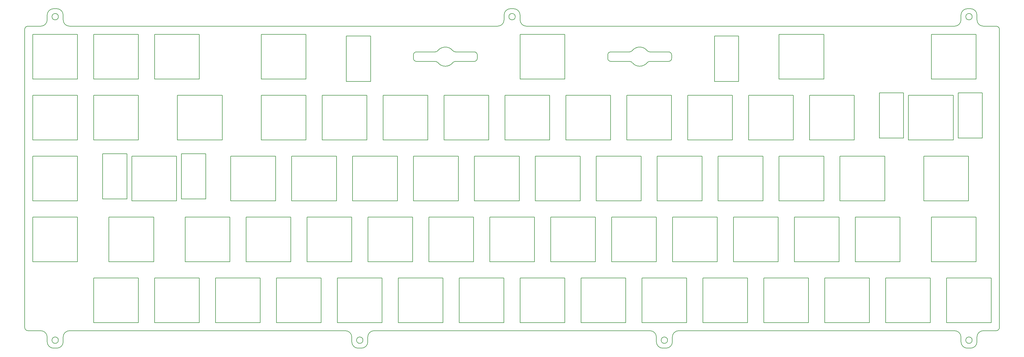
<source format=gbr>
G04 #@! TF.GenerationSoftware,KiCad,Pcbnew,(5.1.5-0-10_14)*
G04 #@! TF.CreationDate,2020-02-26T21:25:07+00:00*
G04 #@! TF.ProjectId,plate,706c6174-652e-46b6-9963-61645f706362,rev?*
G04 #@! TF.SameCoordinates,Original*
G04 #@! TF.FileFunction,Profile,NP*
%FSLAX46Y46*%
G04 Gerber Fmt 4.6, Leading zero omitted, Abs format (unit mm)*
G04 Created by KiCad (PCBNEW (5.1.5-0-10_14)) date 2020-02-26 21:25:07*
%MOMM*%
%LPD*%
G04 APERTURE LIST*
%ADD10C,0.200000*%
G04 APERTURE END LIST*
D10*
X251924239Y-39437150D02*
X237924939Y-39437150D01*
X251924239Y-53436550D02*
X251924239Y-39437150D01*
X237924939Y-53436550D02*
X251924239Y-53436550D01*
X45043439Y-72486650D02*
X59044439Y-72486650D01*
X45043439Y-58487350D02*
X45043439Y-72486650D01*
X59044439Y-58487350D02*
X45043439Y-58487350D01*
X59044439Y-72486650D02*
X59044439Y-58487350D01*
X43519439Y-71936950D02*
X43519439Y-57736250D01*
X35944439Y-71936950D02*
X43519439Y-71936950D01*
X35944439Y-57736250D02*
X35944439Y-71936950D01*
X43519439Y-57736250D02*
X35944439Y-57736250D01*
X119712439Y-35145241D02*
X119712439Y-20940483D01*
X112137439Y-35145241D02*
X119712439Y-35145241D01*
X112137439Y-20940483D02*
X112137439Y-35145241D01*
X119712439Y-20940483D02*
X112137439Y-20940483D01*
X180486439Y-96587350D02*
X166487439Y-96587350D01*
X180486439Y-110586650D02*
X180486439Y-96587350D01*
X166487439Y-110586650D02*
X180486439Y-110586650D01*
X166487439Y-96587350D02*
X166487439Y-110586650D01*
X234836739Y-35137650D02*
X234836739Y-20935560D01*
X227261539Y-35137650D02*
X234836739Y-35137650D01*
X227261539Y-20935560D02*
X227261539Y-35137650D01*
X234836739Y-20935560D02*
X227261539Y-20935560D01*
X309074279Y-34386650D02*
X309074279Y-20387190D01*
X295074739Y-34386650D02*
X309074279Y-34386650D01*
X295074739Y-20387190D02*
X295074739Y-34386650D01*
X309074279Y-20387190D02*
X295074739Y-20387190D01*
X180486439Y-34386650D02*
X180486439Y-20387190D01*
X166487439Y-34386650D02*
X180486439Y-34386650D01*
X166487439Y-20387190D02*
X166487439Y-34386650D01*
X180486439Y-20387190D02*
X166487439Y-20387190D01*
X156674439Y-53436550D02*
X156674439Y-39437150D01*
X142674439Y-53436550D02*
X156674439Y-53436550D01*
X142674439Y-39437150D02*
X142674439Y-53436550D01*
X156674439Y-39437150D02*
X142674439Y-39437150D01*
X233162439Y-91536650D02*
X247161739Y-91536650D01*
X233162439Y-77537350D02*
X233162439Y-91536650D01*
X247161739Y-77537350D02*
X233162439Y-77537350D01*
X247161739Y-91536650D02*
X247161739Y-77537350D01*
X280499239Y-58487350D02*
X266499939Y-58487350D01*
X280499239Y-72486650D02*
X280499239Y-58487350D01*
X266499939Y-72486650D02*
X280499239Y-72486650D01*
X266499939Y-58487350D02*
X266499939Y-72486650D01*
X232874239Y-53436550D02*
X232874239Y-39437150D01*
X218874939Y-53436550D02*
X232874239Y-53436550D01*
X218874939Y-39437150D02*
X218874939Y-53436550D01*
X232874239Y-39437150D02*
X218874939Y-39437150D01*
X228399939Y-58487350D02*
X228399939Y-72486650D01*
X242399239Y-58487350D02*
X228399939Y-58487350D01*
X242399239Y-72486650D02*
X242399239Y-58487350D01*
X228399939Y-72486650D02*
X242399239Y-72486650D01*
X28086439Y-91536650D02*
X28086439Y-77537350D01*
X14087439Y-91536650D02*
X28086439Y-91536650D01*
X14087439Y-77537350D02*
X14087439Y-91536650D01*
X28086439Y-77537350D02*
X14087439Y-77537350D01*
X61712439Y-77537350D02*
X61712439Y-91536650D01*
X75711439Y-77537350D02*
X61712439Y-77537350D01*
X75711439Y-91536650D02*
X75711439Y-77537350D01*
X61712439Y-91536650D02*
X75711439Y-91536650D01*
X113811439Y-91536650D02*
X113811439Y-77537350D01*
X99812439Y-91536650D02*
X113811439Y-91536650D01*
X99812439Y-77537350D02*
X99812439Y-91536650D01*
X113811439Y-77537350D02*
X99812439Y-77537350D01*
X37899439Y-91536650D02*
X51899439Y-91536650D01*
X37899439Y-77537350D02*
X37899439Y-91536650D01*
X51899439Y-77537350D02*
X37899439Y-77537350D01*
X51899439Y-91536650D02*
X51899439Y-77537350D01*
X90287439Y-96587350D02*
X90287439Y-110586650D01*
X104286439Y-96587350D02*
X90287439Y-96587350D01*
X104286439Y-110586650D02*
X104286439Y-96587350D01*
X90287439Y-110586650D02*
X104286439Y-110586650D01*
X28086439Y-20387190D02*
X14087439Y-20387190D01*
X28086439Y-34386650D02*
X28086439Y-20387190D01*
X14087439Y-34386650D02*
X28086439Y-34386650D01*
X14087439Y-20387190D02*
X14087439Y-34386650D01*
X228111739Y-91536650D02*
X228111739Y-77537350D01*
X214112439Y-91536650D02*
X228111739Y-91536650D01*
X214112439Y-77537350D02*
X214112439Y-91536650D01*
X228111739Y-77537350D02*
X214112439Y-77537350D01*
X33137439Y-20387190D02*
X33137439Y-34386650D01*
X47136439Y-20387190D02*
X33137439Y-20387190D01*
X47136439Y-34386650D02*
X47136439Y-20387190D01*
X33137439Y-34386650D02*
X47136439Y-34386650D01*
X313836789Y-110586650D02*
X313836789Y-96587350D01*
X299837239Y-110586650D02*
X313836789Y-110586650D01*
X299837239Y-96587350D02*
X299837239Y-110586650D01*
X313836789Y-96587350D02*
X299837239Y-96587350D01*
X237636739Y-110586650D02*
X237636739Y-96587350D01*
X223637439Y-110586650D02*
X237636739Y-110586650D01*
X223637439Y-96587350D02*
X223637439Y-110586650D01*
X237636739Y-96587350D02*
X223637439Y-96587350D01*
X199538439Y-96587350D02*
X185537439Y-96587350D01*
X199538439Y-110586650D02*
X199538439Y-96587350D01*
X185537439Y-110586650D02*
X199538439Y-110586650D01*
X185537439Y-96587350D02*
X185537439Y-110586650D01*
X151911439Y-91536650D02*
X151911439Y-77537350D01*
X137912439Y-91536650D02*
X151911439Y-91536650D01*
X137912439Y-77537350D02*
X137912439Y-91536650D01*
X151911439Y-77537350D02*
X137912439Y-77537350D01*
X223349239Y-58487350D02*
X209349439Y-58487350D01*
X223349239Y-72486650D02*
X223349239Y-58487350D01*
X209349439Y-72486650D02*
X223349239Y-72486650D01*
X209349439Y-58487350D02*
X209349439Y-72486650D01*
X33137439Y-110586650D02*
X47136439Y-110586650D01*
X33137439Y-96587350D02*
X33137439Y-110586650D01*
X47136439Y-96587350D02*
X33137439Y-96587350D01*
X47136439Y-110586650D02*
X47136439Y-96587350D01*
X109337439Y-110586650D02*
X123336439Y-110586650D01*
X109337439Y-96587350D02*
X109337439Y-110586650D01*
X123336439Y-96587350D02*
X109337439Y-96587350D01*
X123336439Y-110586650D02*
X123336439Y-96587350D01*
X14087439Y-72486650D02*
X28086439Y-72486650D01*
X14087439Y-58487350D02*
X14087439Y-72486650D01*
X28086439Y-58487350D02*
X14087439Y-58487350D01*
X28086439Y-72486650D02*
X28086439Y-58487350D01*
X33137439Y-39437150D02*
X33137439Y-53436550D01*
X47136439Y-39437150D02*
X33137439Y-39437150D01*
X47136439Y-53436550D02*
X47136439Y-39437150D01*
X33137439Y-53436550D02*
X47136439Y-53436550D01*
X140758065Y-25511920D02*
G75*
G02X145441813Y-25511920I2341874J-1875000D01*
G01*
X146222438Y-25886920D02*
G75*
G02X145441813Y-25511920I0J1000000D01*
G01*
X152099939Y-25886920D02*
X146222438Y-25886920D01*
X152099939Y-25886920D02*
G75*
G02X153099939Y-26886920I0J-1000000D01*
G01*
X153099939Y-27886920D02*
X153099939Y-26886920D01*
X153099939Y-27886920D02*
G75*
G02X152099939Y-28886920I-1000000J0D01*
G01*
X146222438Y-28886920D02*
X152099939Y-28886920D01*
X145441813Y-29261920D02*
G75*
G02X146222438Y-28886920I780625J-625000D01*
G01*
X145441813Y-29261920D02*
G75*
G02X140758065Y-29261920I-2341874J1875000D01*
G01*
X139977440Y-28886920D02*
G75*
G02X140758065Y-29261920I0J-1000000D01*
G01*
X134099939Y-28886920D02*
X139977440Y-28886920D01*
X134099939Y-28886920D02*
G75*
G02X133099939Y-27886920I0J1000000D01*
G01*
X133099939Y-26886920D02*
X133099939Y-27886920D01*
X133099939Y-26886920D02*
G75*
G02X134099939Y-25886920I1000000J0D01*
G01*
X139977440Y-25886920D02*
X134099939Y-25886920D01*
X140758065Y-25511920D02*
G75*
G02X139977440Y-25886920I-780625J625000D01*
G01*
X201532065Y-25511920D02*
G75*
G02X206215813Y-25511920I2341874J-1875000D01*
G01*
X206996438Y-25886920D02*
G75*
G02X206215813Y-25511920I0J1000000D01*
G01*
X212873939Y-25886920D02*
X206996438Y-25886920D01*
X212873939Y-25886920D02*
G75*
G02X213873939Y-26886920I0J-1000000D01*
G01*
X213873939Y-27886920D02*
X213873939Y-26886920D01*
X200751440Y-28886920D02*
G75*
G02X201532065Y-29261920I0J-1000000D01*
G01*
X194873939Y-28886920D02*
X200751440Y-28886920D01*
X194873939Y-28886920D02*
G75*
G02X193873939Y-27886920I0J1000000D01*
G01*
X307836939Y-14886120D02*
G75*
G03X307836939Y-14886120I-1000000J0D01*
G01*
X212586939Y-116084120D02*
G75*
G03X212586939Y-116084120I-1000000J0D01*
G01*
X180774439Y-53436550D02*
X194774439Y-53436550D01*
X180774439Y-39437150D02*
X180774439Y-53436550D01*
X237924939Y-39437150D02*
X237924939Y-53436550D01*
X204587439Y-110586650D02*
X218588139Y-110586650D01*
X194774439Y-39437150D02*
X180774439Y-39437150D01*
X194774439Y-53436550D02*
X194774439Y-39437150D01*
X204587439Y-96587350D02*
X204587439Y-110586650D01*
X218588139Y-96587350D02*
X204587439Y-96587350D01*
X218588139Y-110586650D02*
X218588139Y-96587350D01*
X99524439Y-34386650D02*
X99524439Y-20387190D01*
X85524439Y-34386650D02*
X99524439Y-34386650D01*
X85524439Y-20387190D02*
X85524439Y-34386650D01*
X99524439Y-20387190D02*
X85524439Y-20387190D01*
X71237439Y-96587350D02*
X71237439Y-110586650D01*
X85236439Y-96587350D02*
X71237439Y-96587350D01*
X85236439Y-110586650D02*
X85236439Y-96587350D01*
X71237439Y-110586650D02*
X85236439Y-110586650D01*
X213873939Y-27886920D02*
G75*
G02X212873939Y-28886920I-1000000J0D01*
G01*
X206996438Y-28886920D02*
X212873939Y-28886920D01*
X206215813Y-29261920D02*
G75*
G02X206996438Y-28886920I780625J-625000D01*
G01*
X206215813Y-29261920D02*
G75*
G02X201532065Y-29261920I-2341874J1875000D01*
G01*
X52187439Y-34386650D02*
X66186439Y-34386650D01*
X52187439Y-20387190D02*
X52187439Y-34386650D01*
X66186439Y-20387190D02*
X52187439Y-20387190D01*
X66186439Y-34386650D02*
X66186439Y-20387190D01*
X190011439Y-77537350D02*
X176012439Y-77537350D01*
X190011439Y-91536650D02*
X190011439Y-77537350D01*
X176012439Y-91536650D02*
X190011439Y-91536650D01*
X176012439Y-77537350D02*
X176012439Y-91536650D01*
X303456039Y-38686150D02*
X303456039Y-52888350D01*
X256686739Y-110586650D02*
X256686739Y-96587350D01*
X242687439Y-110586650D02*
X256686739Y-110586650D01*
X242687439Y-96587350D02*
X242687439Y-110586650D01*
X256686739Y-96587350D02*
X242687439Y-96587350D01*
X247449939Y-20387190D02*
X247449939Y-34386650D01*
X261449239Y-20387190D02*
X247449939Y-20387190D01*
X261449239Y-34386650D02*
X261449239Y-20387190D01*
X247449939Y-34386650D02*
X261449239Y-34386650D01*
X309074279Y-91536650D02*
X309074279Y-77537350D01*
X295074739Y-91536650D02*
X309074279Y-91536650D01*
X295074739Y-77537350D02*
X295074739Y-91536650D01*
X309074279Y-77537350D02*
X295074739Y-77537350D01*
X213824439Y-39437150D02*
X199824439Y-39437150D01*
X213824439Y-53436550D02*
X213824439Y-39437150D01*
X199824439Y-53436550D02*
X213824439Y-53436550D01*
X199824439Y-39437150D02*
X199824439Y-53436550D01*
X75999439Y-58487350D02*
X75999439Y-72486650D01*
X89999439Y-58487350D02*
X75999439Y-58487350D01*
X89999439Y-72486650D02*
X89999439Y-58487350D01*
X75999439Y-72486650D02*
X89999439Y-72486650D01*
X286405539Y-52888350D02*
X286405539Y-38686150D01*
X278830539Y-52888350D02*
X286405539Y-52888350D01*
X278830539Y-38686150D02*
X278830539Y-52888350D01*
X60568439Y-71936950D02*
X68143439Y-71936950D01*
X60568439Y-57736250D02*
X60568439Y-71936950D01*
X68143439Y-57736250D02*
X60568439Y-57736250D01*
X68143439Y-71936950D02*
X68143439Y-57736250D01*
X261737439Y-110586650D02*
X275736739Y-110586650D01*
X261737439Y-96587350D02*
X261737439Y-110586650D01*
X275736739Y-96587350D02*
X261737439Y-96587350D01*
X275736739Y-110586650D02*
X275736739Y-96587350D01*
X311031109Y-38686150D02*
X303456039Y-38686150D01*
X311031109Y-52888350D02*
X311031109Y-38686150D01*
X303456039Y-52888350D02*
X311031109Y-52888350D01*
X73330439Y-39437150D02*
X59331439Y-39437150D01*
X73330439Y-53436550D02*
X73330439Y-39437150D01*
X59331439Y-53436550D02*
X73330439Y-53436550D01*
X286405539Y-38686150D02*
X278830539Y-38686150D01*
X292693539Y-58487350D02*
X292693539Y-72486650D01*
X306694409Y-58487350D02*
X292693539Y-58487350D01*
X306694409Y-72486650D02*
X306694409Y-58487350D01*
X118862439Y-91536650D02*
X132861439Y-91536650D01*
X118862439Y-77537350D02*
X118862439Y-91536650D01*
X132861439Y-77537350D02*
X118862439Y-77537350D01*
X132861439Y-91536650D02*
X132861439Y-77537350D01*
X59331439Y-39437150D02*
X59331439Y-53436550D01*
X137624439Y-53436550D02*
X137624439Y-39437150D01*
X123624439Y-53436550D02*
X137624439Y-53436550D01*
X123624439Y-39437150D02*
X123624439Y-53436550D01*
X280787439Y-96587350D02*
X280787439Y-110586650D01*
X294786739Y-96587350D02*
X280787439Y-96587350D01*
X294786739Y-110586650D02*
X294786739Y-96587350D01*
X280787439Y-110586650D02*
X294786739Y-110586650D01*
X185249439Y-58487350D02*
X171249439Y-58487350D01*
X185249439Y-72486650D02*
X185249439Y-58487350D01*
X171249439Y-72486650D02*
X185249439Y-72486650D01*
X171249439Y-58487350D02*
X171249439Y-72486650D01*
X292693539Y-72486650D02*
X306694409Y-72486650D01*
X147149439Y-72486650D02*
X147149439Y-58487350D01*
X133149439Y-72486650D02*
X147149439Y-72486650D01*
X133149439Y-58487350D02*
X133149439Y-72486650D01*
X137624439Y-39437150D02*
X123624439Y-39437150D01*
X175724439Y-39437150D02*
X161724439Y-39437150D01*
X66186439Y-96587350D02*
X52187439Y-96587350D01*
X66186439Y-110586650D02*
X66186439Y-96587350D01*
X52187439Y-110586650D02*
X66186439Y-110586650D01*
X52187439Y-96587350D02*
X52187439Y-110586650D01*
X247449939Y-72486650D02*
X261449239Y-72486650D01*
X247449939Y-58487350D02*
X247449939Y-72486650D01*
X261449239Y-58487350D02*
X247449939Y-58487350D01*
X261449239Y-72486650D02*
X261449239Y-58487350D01*
X209061439Y-77537350D02*
X195062439Y-77537350D01*
X209061439Y-91536650D02*
X209061439Y-77537350D01*
X195062439Y-91536650D02*
X209061439Y-91536650D01*
X195062439Y-77537350D02*
X195062439Y-91536650D01*
X147149439Y-58487350D02*
X133149439Y-58487350D01*
X128099439Y-58487350D02*
X114099439Y-58487350D01*
X128099439Y-72486650D02*
X128099439Y-58487350D01*
X204299439Y-72486650D02*
X204299439Y-58487350D01*
X190299439Y-72486650D02*
X204299439Y-72486650D01*
X190299439Y-58487350D02*
X190299439Y-72486650D01*
X204299439Y-58487350D02*
X190299439Y-58487350D01*
X85524439Y-39437150D02*
X85524439Y-53436550D01*
X99524439Y-39437150D02*
X85524439Y-39437150D01*
X99524439Y-53436550D02*
X99524439Y-39437150D01*
X85524439Y-53436550D02*
X99524439Y-53436550D01*
X175724439Y-53436550D02*
X175724439Y-39437150D01*
X161724439Y-53436550D02*
X175724439Y-53436550D01*
X161724439Y-39437150D02*
X161724439Y-53436550D01*
X152199439Y-58487350D02*
X152199439Y-72486650D01*
X166199439Y-58487350D02*
X152199439Y-58487350D01*
X270974239Y-53436550D02*
X270974239Y-39437150D01*
X256974939Y-53436550D02*
X270974239Y-53436550D01*
X256974939Y-39437150D02*
X256974939Y-53436550D01*
X270974239Y-39437150D02*
X256974939Y-39437150D01*
X301930539Y-53436550D02*
X301930539Y-39437150D01*
X287931039Y-53436550D02*
X301930539Y-53436550D01*
X287931039Y-39437150D02*
X287931039Y-53436550D01*
X301930539Y-39437150D02*
X287931039Y-39437150D01*
X128387439Y-110586650D02*
X142386439Y-110586650D01*
X128387439Y-96587350D02*
X128387439Y-110586650D01*
X142386439Y-96587350D02*
X128387439Y-96587350D01*
X142386439Y-110586650D02*
X142386439Y-96587350D01*
X170961439Y-91536650D02*
X170961439Y-77537350D01*
X156962439Y-91536650D02*
X170961439Y-91536650D01*
X156962439Y-77537350D02*
X156962439Y-91536650D01*
X170961439Y-77537350D02*
X156962439Y-77537350D01*
X114099439Y-72486650D02*
X128099439Y-72486650D01*
X114099439Y-58487350D02*
X114099439Y-72486650D01*
X28086439Y-53436550D02*
X28086439Y-39437150D01*
X14087439Y-53436550D02*
X28086439Y-53436550D01*
X14087439Y-39437150D02*
X14087439Y-53436550D01*
X28086439Y-39437150D02*
X14087439Y-39437150D01*
X271262439Y-91536650D02*
X285261739Y-91536650D01*
X271262439Y-77537350D02*
X271262439Y-91536650D01*
X285261739Y-77537350D02*
X271262439Y-77537350D01*
X285261739Y-91536650D02*
X285261739Y-77537350D01*
X266211739Y-91536650D02*
X266211739Y-77537350D01*
X252212439Y-91536650D02*
X266211739Y-91536650D01*
X252212439Y-77537350D02*
X252212439Y-91536650D01*
X266211739Y-77537350D02*
X252212439Y-77537350D01*
X166199439Y-72486650D02*
X166199439Y-58487350D01*
X152199439Y-72486650D02*
X166199439Y-72486650D01*
X18586939Y-15861243D02*
X18586939Y-14386120D01*
X18586939Y-15861243D02*
G75*
G02X16586939Y-17861243I-2000000J0D01*
G01*
X12561439Y-17861243D02*
X16586939Y-17861243D01*
X11561439Y-18861243D02*
G75*
G02X12561439Y-17861243I1000000J0D01*
G01*
X11561439Y-112109120D02*
X11561439Y-18861243D01*
X12561439Y-113109120D02*
G75*
G02X11561439Y-112109120I0J1000000D01*
G01*
X16586939Y-113109120D02*
X12561439Y-113109120D01*
X16586939Y-113109120D02*
G75*
G02X18586939Y-115109120I0J-2000000D01*
G01*
X18586939Y-116584120D02*
X18586939Y-115109120D01*
X20586939Y-118584120D02*
G75*
G02X18586939Y-116584120I0J2000000D01*
G01*
X21586939Y-118584120D02*
X20586939Y-118584120D01*
X23586939Y-116584120D02*
G75*
G02X21586939Y-118584120I-2000000J0D01*
G01*
X23586939Y-115109120D02*
X23586939Y-116584120D01*
X23586939Y-115109120D02*
G75*
G02X25586939Y-113109120I2000000J0D01*
G01*
X111836939Y-113109120D02*
X25586939Y-113109120D01*
X111836939Y-113109120D02*
G75*
G02X113836939Y-115109120I0J-2000000D01*
G01*
X113836939Y-116584120D02*
X113836939Y-115109120D01*
X115836939Y-118584120D02*
G75*
G02X113836939Y-116584120I0J2000000D01*
G01*
X116836939Y-118584120D02*
X115836939Y-118584120D01*
X118836939Y-116584120D02*
G75*
G02X116836939Y-118584120I-2000000J0D01*
G01*
X118836939Y-115109120D02*
X118836939Y-116584120D01*
X118836939Y-115109120D02*
G75*
G02X120836939Y-113109120I2000000J0D01*
G01*
X207086939Y-113109120D02*
X120836939Y-113109120D01*
X207086939Y-113109120D02*
G75*
G02X209086939Y-115109120I0J-2000000D01*
G01*
X209086939Y-116584120D02*
X209086939Y-115109120D01*
X211086939Y-118584120D02*
G75*
G02X209086939Y-116584120I0J2000000D01*
G01*
X212086939Y-118584120D02*
X211086939Y-118584120D01*
X214086939Y-116584120D02*
G75*
G02X212086939Y-118584120I-2000000J0D01*
G01*
X214086939Y-115109120D02*
X214086939Y-116584120D01*
X214086939Y-115109120D02*
G75*
G02X216086939Y-113109120I2000000J0D01*
G01*
X302336939Y-113109120D02*
X216086939Y-113109120D01*
X302336939Y-113109120D02*
G75*
G02X304336939Y-115109120I0J-2000000D01*
G01*
X304336939Y-116584120D02*
X304336939Y-115109120D01*
X306336939Y-118584120D02*
G75*
G02X304336939Y-116584120I0J2000000D01*
G01*
X307336939Y-118584120D02*
X306336939Y-118584120D01*
X309336939Y-116584120D02*
G75*
G02X307336939Y-118584120I-2000000J0D01*
G01*
X309336939Y-115109120D02*
X309336939Y-116584120D01*
X309336939Y-115109120D02*
G75*
G02X311336939Y-113109120I2000000J0D01*
G01*
X315361355Y-113109120D02*
X311336939Y-113109120D01*
X316361355Y-112109120D02*
G75*
G02X315361355Y-113109120I-1000000J0D01*
G01*
X316361354Y-18861243D02*
X316361354Y-112109120D01*
X315361355Y-17861244D02*
G75*
G02X316361354Y-18861243I0J-999999D01*
G01*
X311336939Y-17861243D02*
X315361354Y-17861243D01*
X311336939Y-17861243D02*
G75*
G02X309336939Y-15861243I0J2000000D01*
G01*
X309336939Y-14386120D02*
X309336939Y-15861243D01*
X307336939Y-12386120D02*
G75*
G02X309336939Y-14386120I0J-2000000D01*
G01*
X306336939Y-12386121D02*
X307336939Y-12386121D01*
X304336940Y-14386120D02*
G75*
G02X306336939Y-12386121I1999999J0D01*
G01*
X304336939Y-15861243D02*
X304336939Y-14386120D01*
X304336939Y-15861243D02*
G75*
G02X302336939Y-17861243I-2000000J0D01*
G01*
X168461939Y-17861243D02*
X302336939Y-17861243D01*
X168461939Y-17861243D02*
G75*
G02X166461939Y-15861243I0J2000000D01*
G01*
X166461939Y-14386120D02*
X166461939Y-15861243D01*
X164461939Y-12386120D02*
G75*
G02X166461939Y-14386120I0J-2000000D01*
G01*
X163461939Y-12386121D02*
X164461939Y-12386121D01*
X161461940Y-14386120D02*
G75*
G02X163461939Y-12386121I1999999J0D01*
G01*
X161461939Y-15861243D02*
X161461939Y-14386120D01*
X161461939Y-15861243D02*
G75*
G02X159461939Y-17861243I-2000000J0D01*
G01*
X25586939Y-17861243D02*
X159461939Y-17861243D01*
X25586939Y-17861243D02*
G75*
G02X23586939Y-15861243I0J2000000D01*
G01*
X23586939Y-14386120D02*
X23586939Y-15861243D01*
X21586939Y-12386120D02*
G75*
G02X23586939Y-14386120I0J-2000000D01*
G01*
X20586939Y-12386121D02*
X21586939Y-12386121D01*
X18586940Y-14386120D02*
G75*
G02X20586939Y-12386121I1999999J0D01*
G01*
X109049439Y-58487350D02*
X95049439Y-58487350D01*
X109049439Y-72486650D02*
X109049439Y-58487350D01*
X95049439Y-72486650D02*
X109049439Y-72486650D01*
X95049439Y-58487350D02*
X95049439Y-72486650D01*
X94761439Y-91536650D02*
X94761439Y-77537350D01*
X80762439Y-91536650D02*
X94761439Y-91536650D01*
X80762439Y-77537350D02*
X80762439Y-91536650D01*
X94761439Y-77537350D02*
X80762439Y-77537350D01*
X104574439Y-53436550D02*
X118574439Y-53436550D01*
X104574439Y-39437150D02*
X104574439Y-53436550D01*
X118574439Y-39437150D02*
X104574439Y-39437150D01*
X118574439Y-53436550D02*
X118574439Y-39437150D01*
X161436439Y-110586650D02*
X161436439Y-96587350D01*
X147437439Y-110586650D02*
X161436439Y-110586650D01*
X147437439Y-96587350D02*
X147437439Y-110586650D01*
X161436439Y-96587350D02*
X147437439Y-96587350D01*
X307836939Y-116084120D02*
G75*
G03X307836939Y-116084120I-1000000J0D01*
G01*
X22086939Y-116084120D02*
G75*
G03X22086939Y-116084120I-1000000J0D01*
G01*
X117336939Y-116084120D02*
G75*
G03X117336939Y-116084120I-1000000J0D01*
G01*
X164961939Y-14886120D02*
G75*
G03X164961939Y-14886120I-1000000J0D01*
G01*
X22086939Y-14886120D02*
G75*
G03X22086939Y-14886120I-1000000J0D01*
G01*
X193873939Y-26886920D02*
X193873939Y-27886920D01*
X193873939Y-26886920D02*
G75*
G02X194873939Y-25886920I1000000J0D01*
G01*
X200751440Y-25886920D02*
X194873939Y-25886920D01*
X201532065Y-25511920D02*
G75*
G02X200751440Y-25886920I-780625J625000D01*
G01*
M02*

</source>
